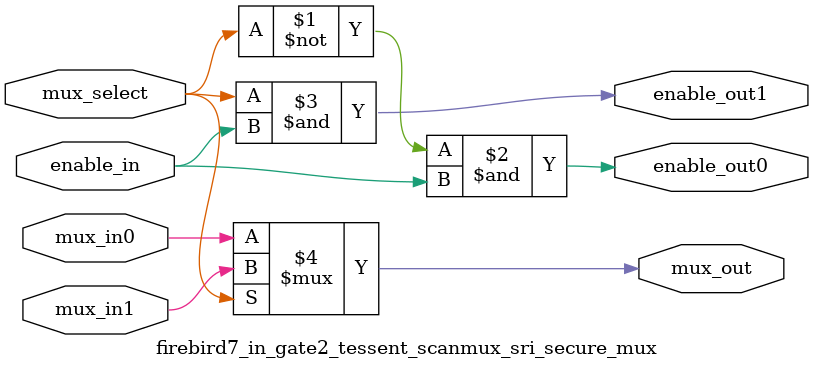
<source format=v>

module firebird7_in_gate2_tessent_scanmux_sri_secure_mux (
  input wire mux_in0,
  input wire mux_in1,
  output wire mux_out,
  input wire mux_select,
  input wire enable_in,
  output wire enable_out0,
  output wire enable_out1
);
  assign enable_out0     = ~mux_select & enable_in;
  assign enable_out1     =  mux_select & enable_in;
 
  assign mux_out         = mux_select ? mux_in1 : mux_in0;
 
endmodule

</source>
